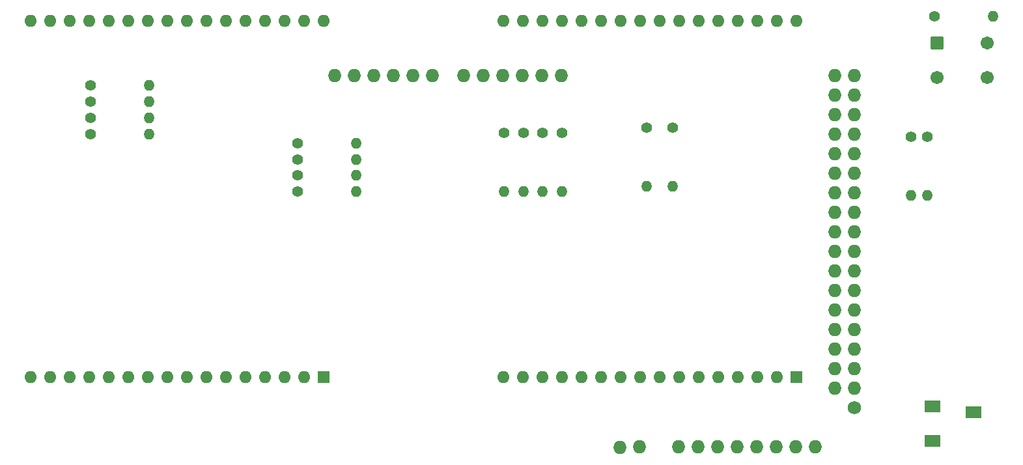
<source format=gbr>
%TF.GenerationSoftware,KiCad,Pcbnew,8.0.1*%
%TF.CreationDate,2024-05-09T09:41:50-04:00*%
%TF.ProjectId,Project 4.0,50726f6a-6563-4742-9034-2e302e6b6963,rev?*%
%TF.SameCoordinates,Original*%
%TF.FileFunction,Soldermask,Bot*%
%TF.FilePolarity,Negative*%
%FSLAX46Y46*%
G04 Gerber Fmt 4.6, Leading zero omitted, Abs format (unit mm)*
G04 Created by KiCad (PCBNEW 8.0.1) date 2024-05-09 09:41:50*
%MOMM*%
%LPD*%
G01*
G04 APERTURE LIST*
G04 Aperture macros list*
%AMRoundRect*
0 Rectangle with rounded corners*
0 $1 Rounding radius*
0 $2 $3 $4 $5 $6 $7 $8 $9 X,Y pos of 4 corners*
0 Add a 4 corners polygon primitive as box body*
4,1,4,$2,$3,$4,$5,$6,$7,$8,$9,$2,$3,0*
0 Add four circle primitives for the rounded corners*
1,1,$1+$1,$2,$3*
1,1,$1+$1,$4,$5*
1,1,$1+$1,$6,$7*
1,1,$1+$1,$8,$9*
0 Add four rect primitives between the rounded corners*
20,1,$1+$1,$2,$3,$4,$5,0*
20,1,$1+$1,$4,$5,$6,$7,0*
20,1,$1+$1,$6,$7,$8,$9,0*
20,1,$1+$1,$8,$9,$2,$3,0*%
G04 Aperture macros list end*
%ADD10C,1.400000*%
%ADD11O,1.400000X1.400000*%
%ADD12RoundRect,0.102000X-0.749000X-0.749000X0.749000X-0.749000X0.749000X0.749000X-0.749000X0.749000X0*%
%ADD13C,1.702000*%
%ADD14R,1.600000X1.600000*%
%ADD15O,1.600000X1.600000*%
%ADD16O,1.727200X1.727200*%
%ADD17C,1.727200*%
%ADD18R,2.000000X1.500000*%
G04 APERTURE END LIST*
D10*
%TO.C,R10*%
X143190000Y-80800000D03*
D11*
X150810000Y-80800000D03*
%TD*%
D12*
%TO.C,SW1*%
X253310000Y-69000000D03*
D13*
X259810000Y-69000000D03*
X253310000Y-73500000D03*
X259810000Y-73500000D03*
%TD*%
D10*
%TO.C,R9*%
X204500000Y-80690000D03*
D11*
X204500000Y-88310000D03*
%TD*%
D10*
%TO.C,R2*%
X215500000Y-80000000D03*
D11*
X215500000Y-87620000D03*
%TD*%
D10*
%TO.C,R5*%
X252000000Y-81190000D03*
D11*
X252000000Y-88810000D03*
%TD*%
D10*
%TO.C,R6*%
X197000000Y-80690000D03*
D11*
X197000000Y-88310000D03*
%TD*%
D10*
%TO.C,R14*%
X170190000Y-88300000D03*
D11*
X177810000Y-88300000D03*
%TD*%
D10*
%TO.C,R15*%
X170190000Y-86200000D03*
D11*
X177810000Y-86200000D03*
%TD*%
D10*
%TO.C,R8*%
X202000000Y-80690000D03*
D11*
X202000000Y-88310000D03*
%TD*%
D10*
%TO.C,R7*%
X199500000Y-80690000D03*
D11*
X199500000Y-88310000D03*
%TD*%
D10*
%TO.C,R13*%
X143190000Y-74500000D03*
D11*
X150810000Y-74500000D03*
%TD*%
D10*
%TO.C,R3*%
X249900000Y-81190000D03*
D11*
X249900000Y-88810000D03*
%TD*%
D10*
%TO.C,R12*%
X143190000Y-76600000D03*
D11*
X150810000Y-76600000D03*
%TD*%
D10*
%TO.C,R11*%
X143190000Y-78700000D03*
D11*
X150810000Y-78700000D03*
%TD*%
D10*
%TO.C,R4*%
X218900000Y-80000000D03*
D11*
X218900000Y-87620000D03*
%TD*%
D10*
%TO.C,R16*%
X170190000Y-84100000D03*
D11*
X177810000Y-84100000D03*
%TD*%
D10*
%TO.C,R1*%
X253000000Y-65500000D03*
D11*
X260620000Y-65500000D03*
%TD*%
D14*
%TO.C,M2*%
X235030000Y-112380000D03*
D15*
X232490000Y-112380000D03*
X229950000Y-112380000D03*
X227410000Y-112380000D03*
X224870000Y-112380000D03*
X222330000Y-112380000D03*
X219790000Y-112380000D03*
X217250000Y-112380000D03*
X214710000Y-112380000D03*
X212170000Y-112380000D03*
X209630000Y-112380000D03*
X207090000Y-112380000D03*
X204550000Y-112380000D03*
X202010000Y-112380000D03*
X199470000Y-112380000D03*
X196930000Y-112380000D03*
X196930000Y-66120000D03*
X199470000Y-66120000D03*
X202010000Y-66120000D03*
X204550000Y-66120000D03*
X207090000Y-66120000D03*
X209630000Y-66120000D03*
X212170000Y-66120000D03*
X214710000Y-66120000D03*
X217250000Y-66120000D03*
X219790000Y-66120000D03*
X222330000Y-66120000D03*
X224870000Y-66120000D03*
X227410000Y-66120000D03*
X229950000Y-66120000D03*
X232490000Y-66120000D03*
X235030000Y-66120000D03*
%TD*%
D10*
%TO.C,R17*%
X170190000Y-82000000D03*
D11*
X177810000Y-82000000D03*
%TD*%
D16*
%TO.C,A1*%
X240020000Y-73240000D03*
X242560000Y-73240000D03*
X212080000Y-121540000D03*
X214620000Y-121500000D03*
X219700000Y-121500000D03*
X222240000Y-121500000D03*
X224780000Y-121500000D03*
X227320000Y-121500000D03*
X229860000Y-121500000D03*
X232400000Y-121500000D03*
X234940000Y-121500000D03*
X237480000Y-121500000D03*
X204460000Y-73240000D03*
X201920000Y-73240000D03*
X199380000Y-73240000D03*
X196840000Y-73240000D03*
X194300000Y-73240000D03*
X191760000Y-73240000D03*
X187696000Y-73240000D03*
X185156000Y-73240000D03*
X182616000Y-73240000D03*
X180076000Y-73240000D03*
X177536000Y-73240000D03*
X174996000Y-73240000D03*
X240020000Y-75780000D03*
X242560000Y-75780000D03*
X240020000Y-78320000D03*
X242560000Y-78320000D03*
X240020000Y-80860000D03*
X242560000Y-80860000D03*
X240020000Y-83400000D03*
X242560000Y-83400000D03*
X240020000Y-85940000D03*
X242560000Y-85940000D03*
X240020000Y-88480000D03*
X242560000Y-88480000D03*
X240020000Y-91020000D03*
X242560000Y-91020000D03*
X240020000Y-93560000D03*
X242560000Y-93560000D03*
X240020000Y-96100000D03*
X242560000Y-96100000D03*
X240020000Y-98640000D03*
X242560000Y-98640000D03*
X240020000Y-101180000D03*
X242560000Y-101180000D03*
X240020000Y-103720000D03*
X242560000Y-103720000D03*
X240020000Y-106260000D03*
X242560000Y-106260000D03*
X240020000Y-108800000D03*
X242560000Y-108800000D03*
X240020000Y-111340000D03*
X242560000Y-111340000D03*
X240020000Y-113880000D03*
X242560000Y-113880000D03*
D17*
X242560000Y-116420000D03*
%TD*%
D14*
%TO.C,M1*%
X173530000Y-112380000D03*
D15*
X170990000Y-112380000D03*
X168450000Y-112380000D03*
X165910000Y-112380000D03*
X163370000Y-112380000D03*
X160830000Y-112380000D03*
X158290000Y-112380000D03*
X155750000Y-112380000D03*
X153210000Y-112380000D03*
X150670000Y-112380000D03*
X148130000Y-112380000D03*
X145590000Y-112380000D03*
X143050000Y-112380000D03*
X140510000Y-112380000D03*
X137970000Y-112380000D03*
X135430000Y-112380000D03*
X135430000Y-66120000D03*
X137970000Y-66120000D03*
X140510000Y-66120000D03*
X143050000Y-66120000D03*
X145590000Y-66120000D03*
X148130000Y-66120000D03*
X150670000Y-66120000D03*
X153210000Y-66120000D03*
X155750000Y-66120000D03*
X158290000Y-66120000D03*
X160830000Y-66120000D03*
X163370000Y-66120000D03*
X165910000Y-66120000D03*
X168450000Y-66120000D03*
X170990000Y-66120000D03*
X173530000Y-66120000D03*
%TD*%
D18*
%TO.C,J1*%
X252700000Y-120750000D03*
X258000000Y-117000000D03*
X252700000Y-116250000D03*
%TD*%
M02*

</source>
